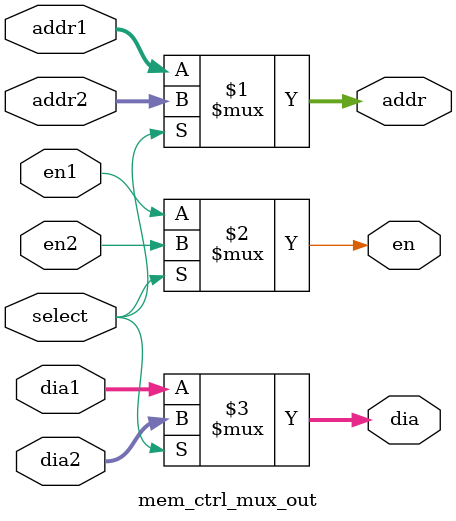
<source format=v>
`timescale 1ns / 1ps

module mem_ctrl_mux_out(
        input en1,
        input en2,
        output en,
        input [14:0] addr1,
        input [14:0] addr2,
        output [14:0] addr,
        input [15:0] dia1,
        input [15:0] dia2,
        output [15:0] dia,
        input select
    );
    
    assign addr = select ? addr2 : addr1;
    assign en = select ? en2 : en1;
    assign dia = select ? dia2 : dia1;
    
endmodule
</source>
